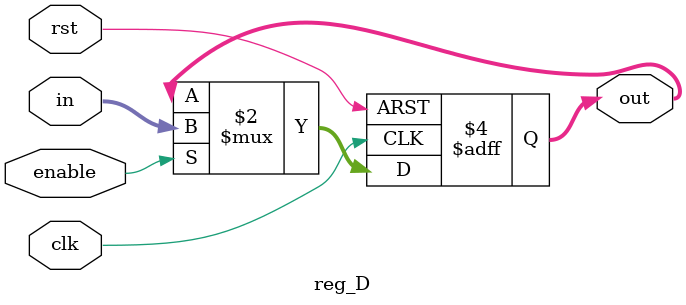
<source format=v>

module reg_D(input clk,
             input rst, 
             input enable, 
             input [127:0] in,
             output reg [127:0] out );


     always @(posedge clk or posedge rst)
     begin
        if(rst)
          out<=0;
        else if(enable)
          out <= in;
     end         
endmodule 


</source>
